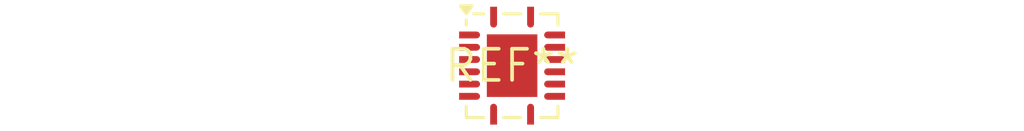
<source format=kicad_pcb>
(kicad_pcb (version 20240108) (generator pcbnew)
  (layers (0 "F.Cu" signal) (31 "B.Cu" signal) (34 "B.Paste" user) (35 "F.Paste" user) (36 "B.SilkS" user "B.Silkscreen") (37 "F.SilkS" user "F.Silkscreen") (38 "B.Mask" user) (39 "F.Mask" user) (44 "Edge.Cuts" user))
  (net 0 "")
  (footprint "Texas_RGY_R-PVQFN-N16_EP2.05x2.55mm" (layer "F.Cu") (at 0 0)
    (property "Reference" "REF**")
    (property "Value" "Texas_RGY_R-PVQFN-N16_EP2.05x2.55mm")
    (fp_line (start -1.86 -1.65) (end -1.86 -1.87) (layer "F.SilkS") (stroke (width 0.12)))
    (fp_line (start -1.86 2.11) (end -1.86 1.65) (layer "F.SilkS") (stroke (width 0.12)))
    (fp_line (start -1.15 -2.11) (end -1.56 -2.11) (layer "F.SilkS") (stroke (width 0.12)))
    (fp_line (start -1.15 2.11) (end -1.86 2.11) (layer "F.SilkS") (stroke (width 0.12)))
    (fp_line (start 0.35 -2.11) (end -0.35 -2.11) (layer "F.SilkS") (stroke (width 0.12)))
    (fp_line (start 0.35 2.11) (end -0.35 2.11) (layer "F.SilkS") (stroke (width 0.12)))
    (fp_line (start 1.15 -2.11) (end 1.86 -2.11) (layer "F.SilkS") (stroke (width 0.12)))
    (fp_line (start 1.15 2.11) (end 1.86 2.11) (layer "F.SilkS") (stroke (width 0.12)))
    (fp_line (start 1.86 -2.11) (end 1.86 -1.65) (layer "F.SilkS") (stroke (width 0.12)))
    (fp_line (start 1.86 2.11) (end 1.86 1.65) (layer "F.SilkS") (stroke (width 0.12)))
    (fp_poly (pts (xy -1.86 -2.11) (xy -2.1 -2.44) (xy -1.62 -2.44) (xy -1.86 -2.11)) (layer "F.SilkS") (stroke (width 0.12)) (fill solid))
    (pad "1" smd custom (at -0.75 -2.045) (size 0.28 0.71) (layers "F.Cu" "F.Paste" "F.Mask") (options (clearance outline) (anchor rect)) (primitives (gr_circle (center 0 0.355) (end 0.14 0.355) (width 0) (fill yes))))
    (pad "2" smd custom (at -1.795 -1.25) (size 0.71 0.28) (layers "F.Cu" "F.Paste" "F.Mask") (options (clearance outline) (anchor rect)) (primitives (gr_circle (center 0.355 0) (end 0.495 0) (width 0) (fill yes))))
    (pad "3" smd custom (at -1.795 -0.75) (size 0.71 0.28) (layers "F.Cu" "F.Paste" "F.Mask") (options (clearance outline) (anchor rect)) (primitives (gr_circle (center 0.355 0) (end 0.495 0) (width 0) (fill yes))))
    (pad "4" smd custom (at -1.795 -0.25) (size 0.71 0.28) (layers "F.Cu" "F.Paste" "F.Mask") (options (clearance outline) (anchor rect)) (primitives (gr_circle (center 0.355 0) (end 0.495 0) (width 0) (fill yes))))
    (pad "5" smd custom (at -1.795 0.25) (size 0.71 0.28) (layers "F.Cu" "F.Paste" "F.Mask") (options (clearance outline) (anchor rect)) (primitives (gr_circle (center 0.355 0) (end 0.495 0) (width 0) (fill yes))))
    (pad "6" smd custom (at -1.795 0.75) (size 0.71 0.28) (layers "F.Cu" "F.Paste" "F.Mask") (options (clearance outline) (anchor rect)) (primitives (gr_circle (center 0.355 0) (end 0.495 0) (width 0) (fill yes))))
    (pad "7" smd custom (at -1.795 1.25) (size 0.71 0.28) (layers "F.Cu" "F.Paste" "F.Mask") (options (clearance outline) (anchor rect)) (primitives (gr_circle (center 0.355 0) (end 0.495 0) (width 0) (fill yes))))
    (pad "8" smd custom (at -0.75 2.045) (size 0.28 0.71) (layers "F.Cu" "F.Paste" "F.Mask") (options (clearance outline) (anchor rect)) (primitives (gr_circle (center 0 -0.355) (end 0.14 -0.355) (width 0) (fill yes))))
    (pad "9" smd custom (at 0.75 2.045) (size 0.28 0.71) (layers "F.Cu" "F.Paste" "F.Mask") (options (clearance outline) (anchor rect)) (primitives (gr_circle (center 0 -0.355) (end 0.14 -0.355) (width 0) (fill yes))))
    (pad "10" smd custom (at 1.795 1.25) (size 0.71 0.28) (layers "F.Cu" "F.Paste" "F.Mask") (options (clearance outline) (anchor rect)) (primitives (gr_circle (center -0.355 0) (end -0.215 0) (width 0) (fill yes))))
    (pad "11" smd custom (at 1.795 0.75) (size 0.71 0.28) (layers "F.Cu" "F.Paste" "F.Mask") (options (clearance outline) (anchor rect)) (primitives (gr_circle (center -0.355 0) (end -0.215 0) (width 0) (fill yes))))
    (pad "12" smd custom (at 1.795 0.25) (size 0.71 0.28) (layers "F.Cu" "F.Paste" "F.Mask") (options (clearance outline) (anchor rect)) (primitives (gr_circle (center -0.355 0) (end -0.215 0) (width 0) (fill yes))))
    (pad "13" smd custom (at 1.795 -0.25) (size 0.71 0.28) (layers "F.Cu" "F.Paste" "F.Mask") (options (clearance outline) (anchor rect)) (primitives (gr_circle (center -0.355 0) (end -0.215 0) (width 0) (fill yes))))
    (pad "14" smd custom (at 1.795 -0.75) (size 0.71 0.28) (layers "F.Cu" "F.Paste" "F.Mask") (options (clearance outline) (anchor rect)) (primitives (gr_circle (center -0.355 0) (end -0.215 0) (width 0) (fill yes))))
    (pad "15" smd custom (at 1.795 -1.25) (size 0.71 0.28) (layers "F.Cu" "F.Paste" "F.Mask") (options (clearance outline) (anchor rect)) (primitives (gr_circle (center -0.355 0) (end -0.215 0) (width 0) (fill yes))))
    (pad "16" smd custom (at 0.75 -2.045) (size 0.28 0.71) (layers "F.Cu" "F.Paste" "F.Mask") (options (clearance outline) (anchor rect)) (primitives (gr_circle (center 0 0.355) (end 0.14 0.355) (width 0) (fill yes))))
    (pad "17" smd rect (at 0 0) (size 2.05 2.55) (layers "F.Cu" "F.Mask"))
  )
)
</source>
